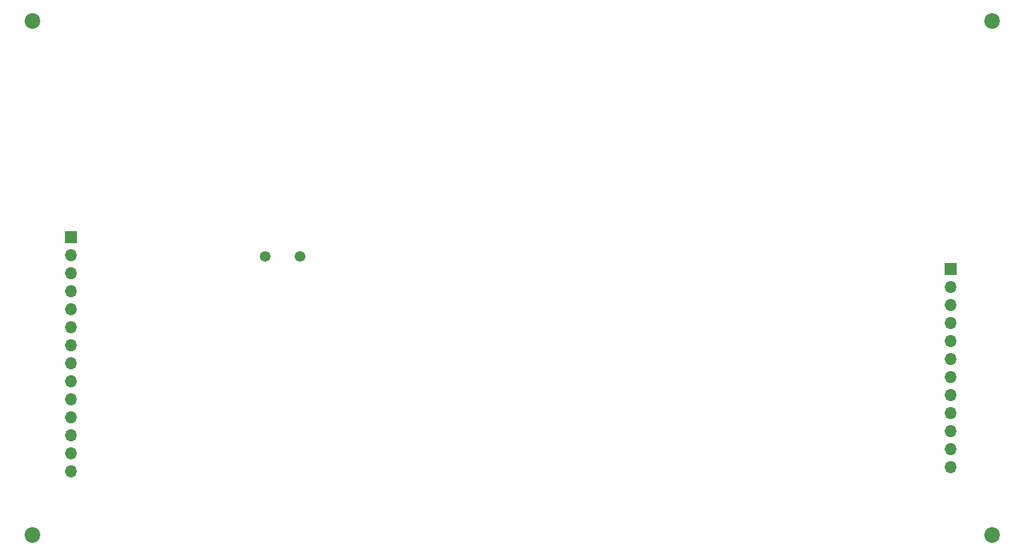
<source format=gbr>
%TF.GenerationSoftware,KiCad,Pcbnew,8.0.4-8.0.4-0~ubuntu22.04.1*%
%TF.CreationDate,2024-08-09T03:22:31-04:00*%
%TF.ProjectId,CS4272-CZZ_Breakout_Board,43533432-3732-42d4-935a-5a5f42726561,rev?*%
%TF.SameCoordinates,Original*%
%TF.FileFunction,Soldermask,Bot*%
%TF.FilePolarity,Negative*%
%FSLAX46Y46*%
G04 Gerber Fmt 4.6, Leading zero omitted, Abs format (unit mm)*
G04 Created by KiCad (PCBNEW 8.0.4-8.0.4-0~ubuntu22.04.1) date 2024-08-09 03:22:31*
%MOMM*%
%LPD*%
G01*
G04 APERTURE LIST*
%ADD10C,2.200000*%
%ADD11R,1.700000X1.700000*%
%ADD12O,1.700000X1.700000*%
%ADD13C,1.500000*%
G04 APERTURE END LIST*
D10*
%TO.C,H4*%
X217325000Y-136850000D03*
%TD*%
D11*
%TO.C,J2*%
X211506250Y-99347500D03*
D12*
X211506250Y-101887500D03*
X211506250Y-104427500D03*
X211506250Y-106967500D03*
X211506250Y-109507500D03*
X211506250Y-112047500D03*
X211506250Y-114587500D03*
X211506250Y-117127500D03*
X211506250Y-119667500D03*
X211506250Y-122207500D03*
X211506250Y-124747500D03*
X211506250Y-127287500D03*
%TD*%
D10*
%TO.C,H2*%
X217325000Y-64350000D03*
%TD*%
%TO.C,H1*%
X82175000Y-64350000D03*
%TD*%
D11*
%TO.C,J1*%
X87662500Y-94870000D03*
D12*
X87662500Y-97410000D03*
X87662500Y-99950000D03*
X87662500Y-102490000D03*
X87662500Y-105030000D03*
X87662500Y-107570000D03*
X87662500Y-110110000D03*
X87662500Y-112650000D03*
X87662500Y-115190000D03*
X87662500Y-117730000D03*
X87662500Y-120270000D03*
X87662500Y-122810000D03*
X87662500Y-125350000D03*
X87662500Y-127890000D03*
%TD*%
D10*
%TO.C,H3*%
X82175000Y-136850000D03*
%TD*%
D13*
%TO.C,Y1*%
X119875000Y-97600000D03*
X114995000Y-97600000D03*
%TD*%
M02*

</source>
